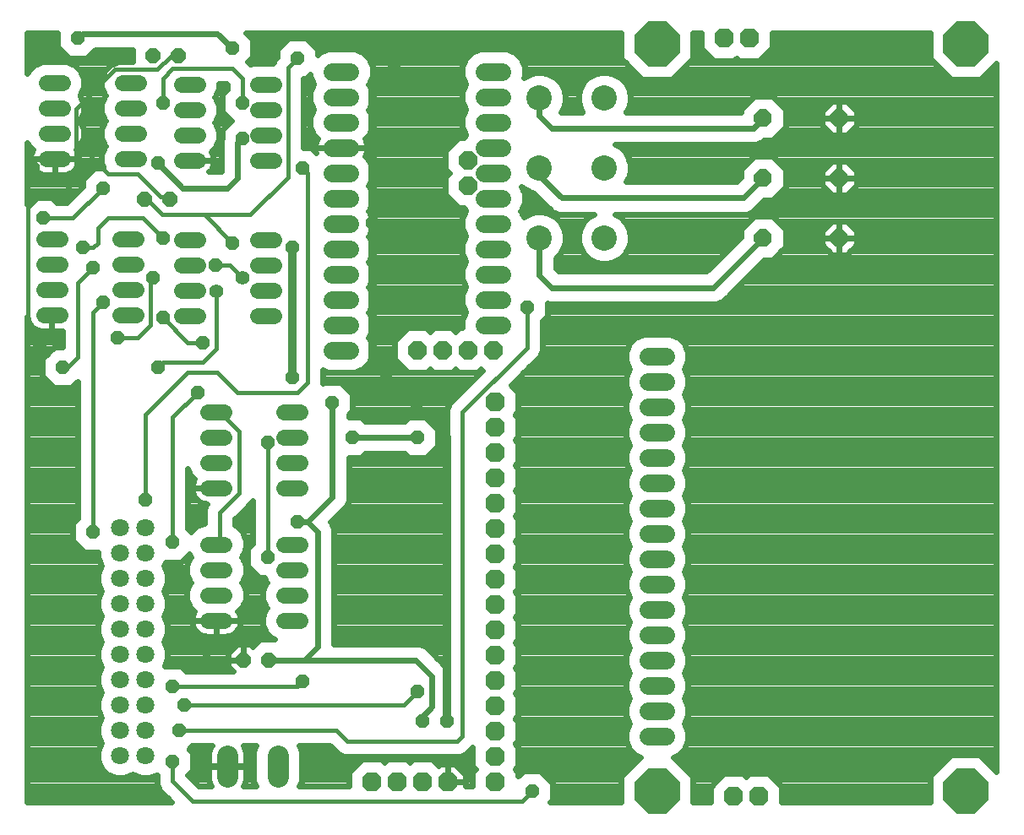
<source format=gbr>
G75*
%MOIN*%
%OFA0B0*%
%FSLAX25Y25*%
%IPPOS*%
%LPD*%
%AMOC8*
5,1,8,0,0,1.08239X$1,22.5*
%
%ADD10OC8,0.07087*%
%ADD11C,0.07087*%
%ADD12OC8,0.05906*%
%ADD13C,0.06350*%
%ADD14C,0.07087*%
%ADD15C,0.07000*%
%ADD16OC8,0.17717*%
%ADD17OC8,0.07600*%
%ADD18C,0.08350*%
%ADD19C,0.10000*%
%ADD20OC8,0.07000*%
%ADD21OC8,0.05600*%
%ADD22C,0.03200*%
%ADD23C,0.01575*%
%ADD24C,0.01600*%
%ADD25C,0.02400*%
%ADD26OC8,0.05512*%
%ADD27C,0.05512*%
D10*
X0187792Y0216571D03*
X0197792Y0216571D03*
X0207792Y0216571D03*
X0217792Y0216571D03*
X0207792Y0281571D03*
X0207792Y0291571D03*
D11*
X0214249Y0296571D02*
X0221335Y0296571D01*
X0221335Y0306571D02*
X0214249Y0306571D01*
X0214249Y0316571D02*
X0221335Y0316571D01*
X0221335Y0326571D02*
X0214249Y0326571D01*
X0214249Y0286571D02*
X0221335Y0286571D01*
X0221335Y0276571D02*
X0214249Y0276571D01*
X0214249Y0266571D02*
X0221335Y0266571D01*
X0221335Y0256571D02*
X0214249Y0256571D01*
X0214249Y0246571D02*
X0221335Y0246571D01*
X0221335Y0236571D02*
X0214249Y0236571D01*
X0214249Y0226571D02*
X0221335Y0226571D01*
X0161335Y0226571D02*
X0154249Y0226571D01*
X0154249Y0216571D02*
X0161335Y0216571D01*
X0161335Y0236571D02*
X0154249Y0236571D01*
X0154249Y0246571D02*
X0161335Y0246571D01*
X0161335Y0256571D02*
X0154249Y0256571D01*
X0154249Y0266571D02*
X0161335Y0266571D01*
X0161335Y0276571D02*
X0154249Y0276571D01*
X0154249Y0286571D02*
X0161335Y0286571D01*
X0161335Y0296571D02*
X0154249Y0296571D01*
X0154249Y0306571D02*
X0161335Y0306571D01*
X0161335Y0316571D02*
X0154249Y0316571D01*
X0154249Y0326571D02*
X0161335Y0326571D01*
D12*
X0093698Y0332752D03*
X0083698Y0332752D03*
X0080351Y0276020D03*
X0090351Y0276020D03*
X0119288Y0094209D03*
X0129288Y0094209D03*
D13*
X0135365Y0109878D02*
X0141715Y0109878D01*
X0141715Y0119878D02*
X0135365Y0119878D01*
X0135365Y0129878D02*
X0141715Y0129878D01*
X0141715Y0139878D02*
X0135365Y0139878D01*
X0135365Y0162240D02*
X0141715Y0162240D01*
X0141715Y0172240D02*
X0135365Y0172240D01*
X0135365Y0182240D02*
X0141715Y0182240D01*
X0141715Y0192240D02*
X0135365Y0192240D01*
X0111715Y0192240D02*
X0105365Y0192240D01*
X0105365Y0182240D02*
X0111715Y0182240D01*
X0111715Y0172240D02*
X0105365Y0172240D01*
X0105365Y0162240D02*
X0111715Y0162240D01*
X0111715Y0139878D02*
X0105365Y0139878D01*
X0105365Y0129878D02*
X0111715Y0129878D01*
X0111715Y0119878D02*
X0105365Y0119878D01*
X0105365Y0109878D02*
X0111715Y0109878D01*
X0101085Y0229957D02*
X0094735Y0229957D01*
X0094735Y0239957D02*
X0101085Y0239957D01*
X0101085Y0249957D02*
X0094735Y0249957D01*
X0094735Y0259957D02*
X0101085Y0259957D01*
X0124735Y0259957D02*
X0131085Y0259957D01*
X0131085Y0249957D02*
X0124735Y0249957D01*
X0124735Y0239957D02*
X0131085Y0239957D01*
X0131085Y0229957D02*
X0124735Y0229957D01*
X0076754Y0230350D02*
X0070405Y0230350D01*
X0070405Y0240350D02*
X0076754Y0240350D01*
X0076754Y0250350D02*
X0070405Y0250350D01*
X0070405Y0260350D02*
X0076754Y0260350D01*
X0046754Y0260350D02*
X0040405Y0260350D01*
X0040405Y0250350D02*
X0046754Y0250350D01*
X0046754Y0240350D02*
X0040405Y0240350D01*
X0040405Y0230350D02*
X0046754Y0230350D01*
X0047935Y0292161D02*
X0041586Y0292161D01*
X0041586Y0302161D02*
X0047935Y0302161D01*
X0047935Y0312161D02*
X0041586Y0312161D01*
X0041586Y0322161D02*
X0047935Y0322161D01*
X0071586Y0322161D02*
X0077935Y0322161D01*
X0077935Y0312161D02*
X0071586Y0312161D01*
X0071586Y0302161D02*
X0077935Y0302161D01*
X0077935Y0292161D02*
X0071586Y0292161D01*
X0094735Y0291374D02*
X0101085Y0291374D01*
X0101085Y0301374D02*
X0094735Y0301374D01*
X0094735Y0311374D02*
X0101085Y0311374D01*
X0101085Y0321374D02*
X0094735Y0321374D01*
X0124735Y0321374D02*
X0131085Y0321374D01*
X0131085Y0311374D02*
X0124735Y0311374D01*
X0124735Y0301374D02*
X0131085Y0301374D01*
X0131085Y0291374D02*
X0124735Y0291374D01*
D14*
X0080587Y0146453D03*
X0070587Y0146453D03*
X0070587Y0136453D03*
X0080587Y0136453D03*
X0080587Y0126453D03*
X0070587Y0126453D03*
X0070587Y0116453D03*
X0070587Y0106453D03*
X0080587Y0106453D03*
X0080587Y0116453D03*
X0080587Y0096453D03*
X0070587Y0096453D03*
X0070587Y0086453D03*
X0070587Y0076453D03*
X0080587Y0076453D03*
X0080587Y0086453D03*
X0080587Y0066453D03*
X0070587Y0066453D03*
X0070587Y0056453D03*
X0080587Y0056453D03*
D15*
X0278938Y0064051D02*
X0285938Y0064051D01*
X0285938Y0074051D02*
X0278938Y0074051D01*
X0278938Y0084051D02*
X0285938Y0084051D01*
X0285938Y0094051D02*
X0278938Y0094051D01*
X0278938Y0104051D02*
X0285938Y0104051D01*
X0285938Y0114051D02*
X0278938Y0114051D01*
X0278938Y0124051D02*
X0285938Y0124051D01*
X0285938Y0134051D02*
X0278938Y0134051D01*
X0278938Y0144051D02*
X0285938Y0144051D01*
X0285938Y0154051D02*
X0278938Y0154051D01*
X0278938Y0164051D02*
X0285938Y0164051D01*
X0285938Y0174051D02*
X0278938Y0174051D01*
X0278938Y0184051D02*
X0285938Y0184051D01*
X0285938Y0194051D02*
X0278938Y0194051D01*
X0278938Y0204051D02*
X0285938Y0204051D01*
X0285938Y0214051D02*
X0278938Y0214051D01*
D16*
X0282438Y0337516D03*
X0404170Y0337516D03*
X0404170Y0042555D03*
X0282438Y0042555D03*
D17*
X0312713Y0040429D03*
X0322713Y0040429D03*
X0218698Y0046138D03*
X0218698Y0056138D03*
X0218698Y0066138D03*
X0218698Y0076138D03*
X0218698Y0086138D03*
X0218698Y0096138D03*
X0218698Y0106138D03*
X0218698Y0116138D03*
X0218698Y0126138D03*
X0218698Y0136138D03*
X0218698Y0146138D03*
X0218698Y0156138D03*
X0218698Y0166138D03*
X0218698Y0176138D03*
X0218698Y0186138D03*
X0218698Y0196138D03*
X0308776Y0339642D03*
X0318776Y0339642D03*
X0199792Y0046138D03*
X0189792Y0046138D03*
X0179792Y0046138D03*
X0169792Y0046138D03*
D18*
X0132731Y0048065D02*
X0132731Y0056415D01*
X0112931Y0056415D02*
X0112931Y0048065D01*
D19*
X0236020Y0260902D03*
X0261611Y0260902D03*
X0261611Y0288461D03*
X0236020Y0288461D03*
X0236020Y0316020D03*
X0261611Y0316020D03*
D20*
X0324367Y0308146D03*
X0324367Y0284524D03*
X0324367Y0260902D03*
X0354367Y0260902D03*
X0354367Y0284524D03*
X0354367Y0308146D03*
D21*
X0231099Y0233343D03*
X0187792Y0182161D03*
X0162201Y0182161D03*
X0154327Y0195941D03*
X0138579Y0205783D03*
X0128737Y0180193D03*
X0101178Y0199878D03*
X0085430Y0209720D03*
X0069682Y0221531D03*
X0063776Y0235311D03*
X0059839Y0249091D03*
X0055902Y0256965D03*
X0040154Y0268776D03*
X0036217Y0288461D03*
X0063776Y0280587D03*
X0085430Y0290429D03*
X0087398Y0314051D03*
X0114957Y0335705D03*
X0118894Y0314051D03*
X0118894Y0300272D03*
X0142516Y0288461D03*
X0170075Y0266807D03*
X0138579Y0256965D03*
X0114957Y0258933D03*
X0108186Y0249957D03*
X0087398Y0260902D03*
X0083461Y0245154D03*
X0087398Y0229406D03*
X0103146Y0219563D03*
X0048028Y0209720D03*
X0040154Y0215626D03*
X0080587Y0157476D03*
X0091335Y0140823D03*
X0059839Y0144760D03*
X0097241Y0103421D03*
X0091335Y0083736D03*
X0095863Y0076453D03*
X0093737Y0066453D03*
X0091335Y0054209D03*
X0142516Y0085705D03*
X0187792Y0081768D03*
X0189760Y0069957D03*
X0199603Y0069957D03*
X0233068Y0042398D03*
X0128737Y0134917D03*
X0140548Y0148697D03*
X0140548Y0331768D03*
X0053934Y0339642D03*
D22*
X0138579Y0256965D02*
X0138579Y0205783D01*
X0170075Y0211689D02*
X0199603Y0182161D01*
X0199603Y0069957D01*
X0170075Y0211689D02*
X0170075Y0266807D01*
X0170075Y0319957D01*
X0189760Y0339642D01*
X0235036Y0339642D01*
D23*
X0136780Y0313209D02*
X0136780Y0284886D01*
X0122012Y0270118D01*
X0090351Y0276020D02*
X0089146Y0277161D01*
X0086572Y0277161D01*
X0077560Y0286173D01*
X0065973Y0286173D01*
X0053099Y0299047D01*
X0053099Y0311921D01*
X0068548Y0327370D01*
X0085284Y0327370D01*
X0090434Y0332520D01*
X0093009Y0332520D01*
X0093698Y0332752D01*
X0081422Y0275874D02*
X0080351Y0276020D01*
X0081422Y0275874D02*
X0087178Y0270118D01*
X0108540Y0192240D02*
X0109745Y0192193D01*
X0117469Y0184469D01*
X0117469Y0160008D01*
X0109745Y0152283D01*
X0109745Y0140697D01*
X0108540Y0139878D01*
D24*
X0091335Y0140823D02*
X0091335Y0190035D01*
X0101178Y0199878D01*
X0097241Y0207752D02*
X0080587Y0191098D01*
X0080587Y0157476D01*
X0059839Y0144760D02*
X0059839Y0231374D01*
X0063776Y0235311D01*
X0053934Y0243185D02*
X0059839Y0249091D01*
X0053934Y0243185D02*
X0053934Y0213657D01*
X0049997Y0209720D01*
X0048028Y0209720D01*
X0040154Y0215626D02*
X0034249Y0221531D01*
X0034249Y0272713D01*
X0038186Y0276650D01*
X0046060Y0276650D01*
X0053099Y0283689D01*
X0053099Y0299047D01*
X0036217Y0288461D02*
X0034249Y0286492D01*
X0034249Y0272713D01*
X0040154Y0268776D02*
X0051965Y0268776D01*
X0063776Y0280587D01*
X0065745Y0268776D02*
X0079524Y0268776D01*
X0087398Y0260902D01*
X0087178Y0270118D02*
X0103772Y0270118D01*
X0122012Y0270118D01*
X0114957Y0258933D02*
X0103772Y0270118D01*
X0108186Y0249957D02*
X0113776Y0249957D01*
X0118757Y0244976D01*
X0108457Y0239827D02*
X0108457Y0217000D01*
X0103146Y0211689D01*
X0087398Y0211689D01*
X0085430Y0209720D01*
X0097241Y0207752D02*
X0109052Y0207752D01*
X0116926Y0199878D01*
X0140548Y0199878D01*
X0144485Y0203815D01*
X0144485Y0286492D01*
X0142516Y0288461D01*
X0136780Y0313209D02*
X0136780Y0328000D01*
X0140548Y0331768D01*
X0118894Y0323894D02*
X0118894Y0314051D01*
X0118894Y0323894D02*
X0114957Y0327831D01*
X0091335Y0327831D01*
X0087398Y0323894D01*
X0087398Y0314051D01*
X0065745Y0268776D02*
X0061808Y0264839D01*
X0061808Y0258933D01*
X0059839Y0256965D01*
X0055902Y0256965D01*
X0082477Y0244169D02*
X0082477Y0226453D01*
X0077556Y0221531D01*
X0069682Y0221531D01*
X0087398Y0229406D02*
X0097241Y0219563D01*
X0103146Y0219563D01*
X0082477Y0244169D02*
X0083461Y0245154D01*
X0128737Y0180193D02*
X0128737Y0134917D01*
X0142516Y0085705D02*
X0140548Y0083736D01*
X0091335Y0083736D01*
X0095863Y0076453D02*
X0182477Y0076453D01*
X0187792Y0081768D01*
X0205509Y0064051D02*
X0203540Y0062083D01*
X0160233Y0062083D01*
X0155863Y0066453D01*
X0093737Y0066453D01*
X0091335Y0054209D02*
X0091335Y0046335D01*
X0099209Y0038461D01*
X0229131Y0038461D01*
X0233068Y0042398D01*
X0205509Y0064051D02*
X0205509Y0192004D01*
X0231099Y0217594D01*
X0231099Y0233343D01*
D25*
X0034043Y0229831D02*
X0034043Y0038255D01*
X0090930Y0038255D01*
X0086249Y0042936D01*
X0085335Y0045141D01*
X0085335Y0048895D01*
X0085292Y0048938D01*
X0082326Y0047709D01*
X0078848Y0047709D01*
X0075635Y0049041D01*
X0075587Y0049088D01*
X0075540Y0049041D01*
X0072326Y0047709D01*
X0068848Y0047709D01*
X0065635Y0049041D01*
X0063175Y0051500D01*
X0061844Y0054714D01*
X0061844Y0058192D01*
X0063175Y0061405D01*
X0063222Y0061453D01*
X0063175Y0061500D01*
X0061844Y0064714D01*
X0061844Y0068192D01*
X0063175Y0071405D01*
X0063222Y0071453D01*
X0063175Y0071500D01*
X0061844Y0074714D01*
X0061844Y0078192D01*
X0063175Y0081405D01*
X0063222Y0081453D01*
X0063175Y0081500D01*
X0061844Y0084714D01*
X0061844Y0088192D01*
X0063175Y0091405D01*
X0063222Y0091453D01*
X0063175Y0091500D01*
X0061844Y0094714D01*
X0061844Y0098192D01*
X0063175Y0101405D01*
X0063222Y0101453D01*
X0063175Y0101500D01*
X0061844Y0104714D01*
X0061844Y0108192D01*
X0063175Y0111405D01*
X0063222Y0111453D01*
X0063175Y0111500D01*
X0061844Y0114714D01*
X0061844Y0118192D01*
X0063175Y0121405D01*
X0063222Y0121453D01*
X0063175Y0121500D01*
X0061844Y0124714D01*
X0061844Y0128192D01*
X0063175Y0131405D01*
X0063222Y0131453D01*
X0063175Y0131500D01*
X0061844Y0134714D01*
X0061844Y0136760D01*
X0056526Y0136760D01*
X0051839Y0141446D01*
X0051839Y0148074D01*
X0053839Y0150074D01*
X0053839Y0204218D01*
X0051342Y0201720D01*
X0044715Y0201720D01*
X0040028Y0206407D01*
X0040028Y0213034D01*
X0044715Y0217720D01*
X0047934Y0217720D01*
X0047934Y0224076D01*
X0047172Y0223976D01*
X0043579Y0223976D01*
X0043579Y0230350D01*
X0043579Y0230350D01*
X0043579Y0223976D01*
X0039987Y0223976D01*
X0039158Y0224085D01*
X0038351Y0224301D01*
X0037579Y0224621D01*
X0036855Y0225039D01*
X0036192Y0225547D01*
X0035601Y0226138D01*
X0035093Y0226801D01*
X0034675Y0227525D01*
X0034355Y0228297D01*
X0034139Y0229104D01*
X0034043Y0229831D01*
X0034043Y0229233D02*
X0034122Y0229233D01*
X0034043Y0226835D02*
X0035073Y0226835D01*
X0034043Y0224436D02*
X0038025Y0224436D01*
X0034043Y0222038D02*
X0047934Y0222038D01*
X0047934Y0219639D02*
X0034043Y0219639D01*
X0034043Y0217240D02*
X0044235Y0217240D01*
X0041836Y0214842D02*
X0034043Y0214842D01*
X0034043Y0212443D02*
X0040028Y0212443D01*
X0040028Y0210045D02*
X0034043Y0210045D01*
X0034043Y0207646D02*
X0040028Y0207646D01*
X0041187Y0205248D02*
X0034043Y0205248D01*
X0034043Y0202849D02*
X0043586Y0202849D01*
X0052471Y0202849D02*
X0053839Y0202849D01*
X0053839Y0200451D02*
X0034043Y0200451D01*
X0034043Y0198052D02*
X0053839Y0198052D01*
X0053839Y0195654D02*
X0034043Y0195654D01*
X0034043Y0193255D02*
X0053839Y0193255D01*
X0053839Y0190857D02*
X0034043Y0190857D01*
X0034043Y0188458D02*
X0053839Y0188458D01*
X0053839Y0186060D02*
X0034043Y0186060D01*
X0034043Y0183661D02*
X0053839Y0183661D01*
X0053839Y0181263D02*
X0034043Y0181263D01*
X0034043Y0178864D02*
X0053839Y0178864D01*
X0053839Y0176466D02*
X0034043Y0176466D01*
X0034043Y0174067D02*
X0053839Y0174067D01*
X0053839Y0171669D02*
X0034043Y0171669D01*
X0034043Y0169270D02*
X0053839Y0169270D01*
X0053839Y0166872D02*
X0034043Y0166872D01*
X0034043Y0164473D02*
X0053839Y0164473D01*
X0053839Y0162075D02*
X0034043Y0162075D01*
X0034043Y0159676D02*
X0053839Y0159676D01*
X0053839Y0157278D02*
X0034043Y0157278D01*
X0034043Y0154879D02*
X0053839Y0154879D01*
X0053839Y0152481D02*
X0034043Y0152481D01*
X0034043Y0150082D02*
X0053839Y0150082D01*
X0051839Y0147684D02*
X0034043Y0147684D01*
X0034043Y0145285D02*
X0051839Y0145285D01*
X0051839Y0142887D02*
X0034043Y0142887D01*
X0034043Y0140488D02*
X0052797Y0140488D01*
X0055196Y0138090D02*
X0034043Y0138090D01*
X0034043Y0135691D02*
X0061844Y0135691D01*
X0062433Y0133293D02*
X0034043Y0133293D01*
X0034043Y0130894D02*
X0062963Y0130894D01*
X0061970Y0128496D02*
X0034043Y0128496D01*
X0034043Y0126097D02*
X0061844Y0126097D01*
X0062264Y0123699D02*
X0034043Y0123699D01*
X0034043Y0121300D02*
X0063131Y0121300D01*
X0062138Y0118902D02*
X0034043Y0118902D01*
X0034043Y0116503D02*
X0061844Y0116503D01*
X0062096Y0114105D02*
X0034043Y0114105D01*
X0034043Y0111706D02*
X0063090Y0111706D01*
X0062306Y0109307D02*
X0034043Y0109307D01*
X0034043Y0106909D02*
X0061844Y0106909D01*
X0061928Y0104510D02*
X0034043Y0104510D01*
X0034043Y0102112D02*
X0062922Y0102112D01*
X0062474Y0099713D02*
X0034043Y0099713D01*
X0034043Y0097315D02*
X0061844Y0097315D01*
X0061844Y0094916D02*
X0034043Y0094916D01*
X0034043Y0092518D02*
X0062753Y0092518D01*
X0062642Y0090119D02*
X0034043Y0090119D01*
X0034043Y0087721D02*
X0061844Y0087721D01*
X0061844Y0085322D02*
X0034043Y0085322D01*
X0034043Y0082924D02*
X0062585Y0082924D01*
X0062811Y0080525D02*
X0034043Y0080525D01*
X0034043Y0078127D02*
X0061844Y0078127D01*
X0061844Y0075728D02*
X0034043Y0075728D01*
X0034043Y0073330D02*
X0062417Y0073330D01*
X0062979Y0070931D02*
X0034043Y0070931D01*
X0034043Y0068533D02*
X0061985Y0068533D01*
X0061844Y0066134D02*
X0034043Y0066134D01*
X0034043Y0063736D02*
X0062249Y0063736D01*
X0063147Y0061337D02*
X0034043Y0061337D01*
X0034043Y0058939D02*
X0062153Y0058939D01*
X0061844Y0056540D02*
X0034043Y0056540D01*
X0034043Y0054142D02*
X0062081Y0054142D01*
X0063074Y0051743D02*
X0034043Y0051743D01*
X0034043Y0049345D02*
X0065330Y0049345D01*
X0085335Y0046946D02*
X0034043Y0046946D01*
X0034043Y0044548D02*
X0085581Y0044548D01*
X0087035Y0042149D02*
X0034043Y0042149D01*
X0034043Y0039751D02*
X0089434Y0039751D01*
X0097335Y0048820D02*
X0097335Y0048895D01*
X0099335Y0050895D01*
X0099335Y0057522D01*
X0097728Y0059130D01*
X0099051Y0060453D01*
X0106747Y0060453D01*
X0106303Y0059684D01*
X0105933Y0058791D01*
X0105683Y0057857D01*
X0105557Y0056898D01*
X0105557Y0052340D01*
X0112831Y0052340D01*
X0112831Y0052140D01*
X0105557Y0052140D01*
X0105557Y0047582D01*
X0105683Y0046623D01*
X0105933Y0045690D01*
X0106303Y0044797D01*
X0106497Y0044461D01*
X0101695Y0044461D01*
X0097335Y0048820D01*
X0097785Y0049345D02*
X0105557Y0049345D01*
X0105557Y0051743D02*
X0099335Y0051743D01*
X0099335Y0054142D02*
X0105557Y0054142D01*
X0105557Y0056540D02*
X0099335Y0056540D01*
X0097919Y0058939D02*
X0105994Y0058939D01*
X0113031Y0052340D02*
X0120306Y0052340D01*
X0120306Y0056898D01*
X0120180Y0057857D01*
X0119930Y0058791D01*
X0119560Y0059684D01*
X0119116Y0060453D01*
X0124257Y0060453D01*
X0123357Y0058280D01*
X0123357Y0046201D01*
X0124077Y0044461D01*
X0119366Y0044461D01*
X0119560Y0044797D01*
X0119930Y0045690D01*
X0120180Y0046623D01*
X0120306Y0047582D01*
X0120306Y0052140D01*
X0113031Y0052140D01*
X0113031Y0052340D01*
X0120306Y0051743D02*
X0123357Y0051743D01*
X0123357Y0049345D02*
X0120306Y0049345D01*
X0120222Y0046946D02*
X0123357Y0046946D01*
X0124041Y0044548D02*
X0119416Y0044548D01*
X0120306Y0054142D02*
X0123357Y0054142D01*
X0123357Y0056540D02*
X0120306Y0056540D01*
X0119868Y0058939D02*
X0123630Y0058939D01*
X0141206Y0060453D02*
X0142106Y0058280D01*
X0142106Y0046201D01*
X0141385Y0044461D01*
X0160792Y0044461D01*
X0160792Y0049866D01*
X0166064Y0055138D01*
X0173520Y0055138D01*
X0174792Y0053866D01*
X0176064Y0055138D01*
X0183520Y0055138D01*
X0184792Y0053866D01*
X0186064Y0055138D01*
X0193520Y0055138D01*
X0196206Y0052451D01*
X0196892Y0053138D01*
X0199792Y0053138D01*
X0199792Y0046138D01*
X0199792Y0046138D01*
X0199792Y0053138D01*
X0202691Y0053138D01*
X0206792Y0049037D01*
X0206792Y0046138D01*
X0199792Y0046138D01*
X0199792Y0046138D01*
X0206792Y0046138D01*
X0206792Y0044461D01*
X0209698Y0044461D01*
X0209698Y0049866D01*
X0210970Y0051138D01*
X0209698Y0052410D01*
X0209698Y0059755D01*
X0208627Y0058684D01*
X0206939Y0056996D01*
X0204733Y0056083D01*
X0159039Y0056083D01*
X0156834Y0056996D01*
X0155146Y0058684D01*
X0155146Y0058684D01*
X0153378Y0060453D01*
X0141206Y0060453D01*
X0141833Y0058939D02*
X0154892Y0058939D01*
X0157935Y0056540D02*
X0142106Y0056540D01*
X0142106Y0054142D02*
X0165068Y0054142D01*
X0162669Y0051743D02*
X0142106Y0051743D01*
X0142106Y0049345D02*
X0160792Y0049345D01*
X0160792Y0046946D02*
X0142106Y0046946D01*
X0141421Y0044548D02*
X0160792Y0044548D01*
X0174516Y0054142D02*
X0175068Y0054142D01*
X0184516Y0054142D02*
X0185068Y0054142D01*
X0194516Y0054142D02*
X0209698Y0054142D01*
X0209698Y0056540D02*
X0205838Y0056540D01*
X0208881Y0058939D02*
X0209698Y0058939D01*
X0210364Y0051743D02*
X0204086Y0051743D01*
X0206485Y0049345D02*
X0209698Y0049345D01*
X0209698Y0046946D02*
X0206792Y0046946D01*
X0206792Y0044548D02*
X0209698Y0044548D01*
X0199792Y0046946D02*
X0199792Y0046946D01*
X0199792Y0049345D02*
X0199792Y0049345D01*
X0199792Y0051743D02*
X0199792Y0051743D01*
X0189760Y0069957D02*
X0189760Y0071925D01*
X0193698Y0075862D01*
X0193698Y0087673D01*
X0187162Y0094209D01*
X0143146Y0094209D01*
X0148422Y0099484D01*
X0148422Y0144760D01*
X0144485Y0148697D01*
X0154327Y0158539D01*
X0154327Y0195941D01*
X0162327Y0195654D02*
X0200673Y0195654D01*
X0200422Y0195403D02*
X0199509Y0193197D01*
X0199509Y0090368D01*
X0199123Y0091299D01*
X0190787Y0099634D01*
X0188435Y0100609D01*
X0154822Y0100609D01*
X0154822Y0146033D01*
X0153848Y0148385D01*
X0153536Y0148697D01*
X0157953Y0153114D01*
X0159753Y0154914D01*
X0160727Y0157266D01*
X0160727Y0174161D01*
X0165515Y0174161D01*
X0167115Y0175761D01*
X0182878Y0175761D01*
X0184478Y0174161D01*
X0191106Y0174161D01*
X0195792Y0178848D01*
X0195792Y0185475D01*
X0191106Y0190161D01*
X0184478Y0190161D01*
X0182878Y0188561D01*
X0167115Y0188561D01*
X0165515Y0190161D01*
X0160727Y0190161D01*
X0160727Y0191027D01*
X0162327Y0192627D01*
X0162327Y0199255D01*
X0157641Y0203941D01*
X0151014Y0203941D01*
X0150485Y0203412D01*
X0150485Y0208666D01*
X0152510Y0207828D01*
X0163074Y0207828D01*
X0166288Y0209159D01*
X0168748Y0211618D01*
X0170079Y0214832D01*
X0170079Y0218310D01*
X0168748Y0221524D01*
X0168700Y0221571D01*
X0168748Y0221618D01*
X0170079Y0224832D01*
X0170079Y0228310D01*
X0168748Y0231524D01*
X0168700Y0231571D01*
X0168748Y0231618D01*
X0170079Y0234832D01*
X0170079Y0238310D01*
X0168748Y0241524D01*
X0168700Y0241571D01*
X0168748Y0241618D01*
X0170079Y0244832D01*
X0170079Y0248310D01*
X0168748Y0251524D01*
X0168700Y0251571D01*
X0168748Y0251618D01*
X0170079Y0254832D01*
X0170079Y0258310D01*
X0168748Y0261524D01*
X0168700Y0261571D01*
X0168748Y0261618D01*
X0170079Y0264832D01*
X0170079Y0268310D01*
X0168748Y0271524D01*
X0168700Y0271571D01*
X0168748Y0271618D01*
X0170079Y0274832D01*
X0170079Y0278310D01*
X0168748Y0281524D01*
X0168700Y0281571D01*
X0168748Y0281618D01*
X0170079Y0284832D01*
X0170079Y0288310D01*
X0168748Y0291524D01*
X0167137Y0293134D01*
X0167396Y0293582D01*
X0167734Y0294399D01*
X0167963Y0295252D01*
X0168079Y0296129D01*
X0168079Y0296571D01*
X0168079Y0297013D01*
X0167963Y0297889D01*
X0167734Y0298743D01*
X0167396Y0299560D01*
X0167137Y0300008D01*
X0168748Y0301618D01*
X0170079Y0304832D01*
X0170079Y0308310D01*
X0168748Y0311524D01*
X0168700Y0311571D01*
X0168748Y0311618D01*
X0170079Y0314832D01*
X0170079Y0318310D01*
X0168748Y0321524D01*
X0168700Y0321571D01*
X0168748Y0321618D01*
X0170079Y0324832D01*
X0170079Y0328310D01*
X0168748Y0331524D01*
X0166288Y0333983D01*
X0163074Y0335314D01*
X0152510Y0335314D01*
X0149296Y0333983D01*
X0148548Y0333235D01*
X0148548Y0335081D01*
X0143862Y0339768D01*
X0137234Y0339768D01*
X0132548Y0335081D01*
X0132548Y0332253D01*
X0131694Y0331399D01*
X0131010Y0329749D01*
X0123069Y0329749D01*
X0121977Y0329296D01*
X0120920Y0330354D01*
X0122957Y0332391D01*
X0122957Y0339018D01*
X0120160Y0341816D01*
X0268379Y0341816D01*
X0268379Y0331693D01*
X0276615Y0323457D01*
X0288261Y0323457D01*
X0296496Y0331693D01*
X0296496Y0341816D01*
X0299776Y0341816D01*
X0299776Y0335914D01*
X0305048Y0330642D01*
X0312504Y0330642D01*
X0313776Y0331914D01*
X0315048Y0330642D01*
X0322504Y0330642D01*
X0327776Y0335914D01*
X0327776Y0341816D01*
X0390112Y0341816D01*
X0390112Y0331693D01*
X0398347Y0323457D01*
X0409993Y0323457D01*
X0416344Y0329808D01*
X0416344Y0050262D01*
X0409993Y0056613D01*
X0398347Y0056613D01*
X0390112Y0048378D01*
X0390112Y0038255D01*
X0331713Y0038255D01*
X0331713Y0044157D01*
X0326441Y0049429D01*
X0318985Y0049429D01*
X0317713Y0048157D01*
X0316441Y0049429D01*
X0308985Y0049429D01*
X0303713Y0044157D01*
X0303713Y0038255D01*
X0296496Y0038255D01*
X0296496Y0048378D01*
X0288980Y0055894D01*
X0290866Y0056676D01*
X0293313Y0059123D01*
X0294638Y0062321D01*
X0294638Y0065782D01*
X0293313Y0068979D01*
X0293241Y0069051D01*
X0293313Y0069123D01*
X0294638Y0072321D01*
X0294638Y0075782D01*
X0293313Y0078979D01*
X0293241Y0079051D01*
X0293313Y0079123D01*
X0294638Y0082321D01*
X0294638Y0085782D01*
X0293313Y0088979D01*
X0293241Y0089051D01*
X0293313Y0089123D01*
X0294638Y0092321D01*
X0294638Y0095782D01*
X0293313Y0098979D01*
X0293241Y0099051D01*
X0293313Y0099123D01*
X0294638Y0102321D01*
X0294638Y0105782D01*
X0293313Y0108979D01*
X0293241Y0109051D01*
X0293313Y0109123D01*
X0294638Y0112321D01*
X0294638Y0115782D01*
X0293313Y0118979D01*
X0293241Y0119051D01*
X0293313Y0119123D01*
X0294638Y0122321D01*
X0294638Y0125782D01*
X0293313Y0128979D01*
X0293241Y0129051D01*
X0293313Y0129123D01*
X0294638Y0132321D01*
X0294638Y0135782D01*
X0293313Y0138979D01*
X0293241Y0139051D01*
X0293313Y0139123D01*
X0294638Y0142321D01*
X0294638Y0145782D01*
X0293313Y0148979D01*
X0293241Y0149051D01*
X0293313Y0149123D01*
X0294638Y0152321D01*
X0294638Y0155782D01*
X0293313Y0158979D01*
X0293241Y0159051D01*
X0293313Y0159123D01*
X0294638Y0162321D01*
X0294638Y0165782D01*
X0293313Y0168979D01*
X0293241Y0169051D01*
X0293313Y0169123D01*
X0294638Y0172321D01*
X0294638Y0175782D01*
X0293313Y0178979D01*
X0293241Y0179051D01*
X0293313Y0179123D01*
X0294638Y0182321D01*
X0294638Y0185782D01*
X0293313Y0188979D01*
X0293241Y0189051D01*
X0293313Y0189123D01*
X0294638Y0192321D01*
X0294638Y0195782D01*
X0293313Y0198979D01*
X0293241Y0199051D01*
X0293313Y0199123D01*
X0294638Y0202321D01*
X0294638Y0205782D01*
X0293313Y0208979D01*
X0293241Y0209051D01*
X0293313Y0209123D01*
X0294638Y0212321D01*
X0294638Y0215782D01*
X0293313Y0218979D01*
X0290866Y0221427D01*
X0287668Y0222751D01*
X0277207Y0222751D01*
X0274009Y0221427D01*
X0271562Y0218979D01*
X0270238Y0215782D01*
X0270238Y0212321D01*
X0271562Y0209123D01*
X0271634Y0209051D01*
X0271562Y0208979D01*
X0270238Y0205782D01*
X0270238Y0202321D01*
X0271562Y0199123D01*
X0271634Y0199051D01*
X0271562Y0198979D01*
X0270238Y0195782D01*
X0270238Y0192321D01*
X0271562Y0189123D01*
X0271634Y0189051D01*
X0271562Y0188979D01*
X0270238Y0185782D01*
X0270238Y0182321D01*
X0271562Y0179123D01*
X0271634Y0179051D01*
X0271562Y0178979D01*
X0270238Y0175782D01*
X0270238Y0172321D01*
X0271562Y0169123D01*
X0271634Y0169051D01*
X0271562Y0168979D01*
X0270238Y0165782D01*
X0270238Y0162321D01*
X0271562Y0159123D01*
X0271634Y0159051D01*
X0271562Y0158979D01*
X0270238Y0155782D01*
X0270238Y0152321D01*
X0271562Y0149123D01*
X0271634Y0149051D01*
X0271562Y0148979D01*
X0270238Y0145782D01*
X0270238Y0142321D01*
X0271562Y0139123D01*
X0271634Y0139051D01*
X0271562Y0138979D01*
X0270238Y0135782D01*
X0270238Y0132321D01*
X0271562Y0129123D01*
X0271634Y0129051D01*
X0271562Y0128979D01*
X0270238Y0125782D01*
X0270238Y0122321D01*
X0271562Y0119123D01*
X0271634Y0119051D01*
X0271562Y0118979D01*
X0270238Y0115782D01*
X0270238Y0112321D01*
X0271562Y0109123D01*
X0271634Y0109051D01*
X0271562Y0108979D01*
X0270238Y0105782D01*
X0270238Y0102321D01*
X0271562Y0099123D01*
X0271634Y0099051D01*
X0271562Y0098979D01*
X0270238Y0095782D01*
X0270238Y0092321D01*
X0271562Y0089123D01*
X0271634Y0089051D01*
X0271562Y0088979D01*
X0270238Y0085782D01*
X0270238Y0082321D01*
X0271562Y0079123D01*
X0271634Y0079051D01*
X0271562Y0078979D01*
X0270238Y0075782D01*
X0270238Y0072321D01*
X0271562Y0069123D01*
X0271634Y0069051D01*
X0271562Y0068979D01*
X0270238Y0065782D01*
X0270238Y0062321D01*
X0271562Y0059123D01*
X0274009Y0056676D01*
X0275896Y0055894D01*
X0268379Y0048378D01*
X0268379Y0038255D01*
X0240239Y0038255D01*
X0241068Y0039084D01*
X0241068Y0045711D01*
X0236381Y0050398D01*
X0229754Y0050398D01*
X0227697Y0048341D01*
X0227697Y0049866D01*
X0226425Y0051138D01*
X0227697Y0052410D01*
X0227697Y0059866D01*
X0226425Y0061138D01*
X0227697Y0062410D01*
X0227697Y0069866D01*
X0226425Y0071138D01*
X0227697Y0072410D01*
X0227697Y0079866D01*
X0226425Y0081138D01*
X0227697Y0082410D01*
X0227697Y0089866D01*
X0226425Y0091138D01*
X0227697Y0092410D01*
X0227697Y0099866D01*
X0226425Y0101138D01*
X0227697Y0102410D01*
X0227697Y0109866D01*
X0226425Y0111138D01*
X0227697Y0112410D01*
X0227697Y0119866D01*
X0226425Y0121138D01*
X0227697Y0122410D01*
X0227697Y0129866D01*
X0226425Y0131138D01*
X0227697Y0132410D01*
X0227697Y0139866D01*
X0226425Y0141138D01*
X0227697Y0142410D01*
X0227697Y0149866D01*
X0226425Y0151138D01*
X0227697Y0152410D01*
X0227697Y0159866D01*
X0226425Y0161138D01*
X0227697Y0162410D01*
X0227697Y0169866D01*
X0226425Y0171138D01*
X0227697Y0172410D01*
X0227697Y0179866D01*
X0226425Y0181138D01*
X0227697Y0182410D01*
X0227697Y0189866D01*
X0226425Y0191138D01*
X0227697Y0192410D01*
X0227697Y0199866D01*
X0224777Y0202787D01*
X0236186Y0214196D01*
X0237099Y0216401D01*
X0237099Y0228029D01*
X0239099Y0230029D01*
X0239099Y0235052D01*
X0239669Y0234817D01*
X0305955Y0234817D01*
X0308307Y0235791D01*
X0310107Y0237591D01*
X0324718Y0252202D01*
X0327970Y0252202D01*
X0333067Y0257298D01*
X0333067Y0264505D01*
X0327970Y0269602D01*
X0320763Y0269602D01*
X0315667Y0264505D01*
X0315667Y0261253D01*
X0302031Y0247617D01*
X0243593Y0247617D01*
X0242420Y0248789D01*
X0242420Y0252877D01*
X0244182Y0254639D01*
X0245525Y0256965D01*
X0246220Y0259559D01*
X0246220Y0262244D01*
X0245525Y0264839D01*
X0244182Y0267165D01*
X0242283Y0269064D01*
X0239957Y0270406D01*
X0237363Y0271102D01*
X0234677Y0271102D01*
X0232083Y0270406D01*
X0229765Y0269068D01*
X0228748Y0271524D01*
X0228700Y0271571D01*
X0228748Y0271618D01*
X0230079Y0274832D01*
X0230079Y0278310D01*
X0228900Y0281156D01*
X0229757Y0280299D01*
X0232083Y0278956D01*
X0234048Y0278429D01*
X0241253Y0271224D01*
X0243606Y0270250D01*
X0257402Y0270250D01*
X0255348Y0269064D01*
X0253449Y0267165D01*
X0252106Y0264839D01*
X0251411Y0262244D01*
X0251411Y0259559D01*
X0252106Y0256965D01*
X0253449Y0254639D01*
X0255348Y0252740D01*
X0257674Y0251397D01*
X0260268Y0250702D01*
X0262954Y0250702D01*
X0265548Y0251397D01*
X0267874Y0252740D01*
X0269773Y0254639D01*
X0271116Y0256965D01*
X0271811Y0259559D01*
X0271811Y0262244D01*
X0271116Y0264839D01*
X0269773Y0267165D01*
X0267874Y0269064D01*
X0265820Y0270250D01*
X0317766Y0270250D01*
X0320118Y0271224D01*
X0321918Y0273024D01*
X0324718Y0275824D01*
X0327970Y0275824D01*
X0333067Y0280920D01*
X0333067Y0288127D01*
X0327970Y0293224D01*
X0320763Y0293224D01*
X0315667Y0288127D01*
X0315667Y0284875D01*
X0313842Y0283050D01*
X0270265Y0283050D01*
X0271116Y0284524D01*
X0271811Y0287118D01*
X0271811Y0289803D01*
X0271116Y0292398D01*
X0269773Y0294724D01*
X0267874Y0296623D01*
X0265820Y0297809D01*
X0321703Y0297809D01*
X0324055Y0298783D01*
X0324718Y0299446D01*
X0327970Y0299446D01*
X0333067Y0304542D01*
X0333067Y0311749D01*
X0327970Y0316846D01*
X0320763Y0316846D01*
X0315667Y0311749D01*
X0315667Y0310609D01*
X0270265Y0310609D01*
X0271116Y0312083D01*
X0271811Y0314677D01*
X0271811Y0317363D01*
X0271116Y0319957D01*
X0269773Y0322283D01*
X0267874Y0324182D01*
X0265548Y0325525D01*
X0262954Y0326220D01*
X0260268Y0326220D01*
X0257674Y0325525D01*
X0255348Y0324182D01*
X0253449Y0322283D01*
X0252106Y0319957D01*
X0251411Y0317363D01*
X0251411Y0314677D01*
X0252106Y0312083D01*
X0252957Y0310609D01*
X0244674Y0310609D01*
X0245525Y0312083D01*
X0246220Y0314677D01*
X0246220Y0317363D01*
X0245525Y0319957D01*
X0244182Y0322283D01*
X0242283Y0324182D01*
X0239957Y0325525D01*
X0237363Y0326220D01*
X0234677Y0326220D01*
X0232083Y0325525D01*
X0229826Y0324221D01*
X0230079Y0324832D01*
X0230079Y0328310D01*
X0228748Y0331524D01*
X0226288Y0333983D01*
X0223074Y0335314D01*
X0212510Y0335314D01*
X0209296Y0333983D01*
X0206836Y0331524D01*
X0205505Y0328310D01*
X0205505Y0324832D01*
X0206836Y0321618D01*
X0206884Y0321571D01*
X0206836Y0321524D01*
X0205505Y0318310D01*
X0205505Y0314832D01*
X0206836Y0311618D01*
X0206884Y0311571D01*
X0206836Y0311524D01*
X0205505Y0308310D01*
X0205505Y0304832D01*
X0206836Y0301618D01*
X0206884Y0301571D01*
X0206836Y0301524D01*
X0206336Y0300314D01*
X0204170Y0300314D01*
X0199049Y0295192D01*
X0199049Y0287949D01*
X0200427Y0286571D01*
X0199049Y0285192D01*
X0199049Y0277949D01*
X0204170Y0272828D01*
X0206336Y0272828D01*
X0206836Y0271618D01*
X0206884Y0271571D01*
X0206836Y0271524D01*
X0205505Y0268310D01*
X0205505Y0264832D01*
X0206836Y0261618D01*
X0206884Y0261571D01*
X0206836Y0261524D01*
X0205505Y0258310D01*
X0205505Y0254832D01*
X0206836Y0251618D01*
X0206884Y0251571D01*
X0206836Y0251524D01*
X0205505Y0248310D01*
X0205505Y0244832D01*
X0206836Y0241618D01*
X0206884Y0241571D01*
X0206836Y0241524D01*
X0205505Y0238310D01*
X0205505Y0234832D01*
X0206836Y0231618D01*
X0206884Y0231571D01*
X0206836Y0231524D01*
X0205505Y0228310D01*
X0205505Y0225314D01*
X0204170Y0225314D01*
X0202792Y0223936D01*
X0201414Y0225314D01*
X0194170Y0225314D01*
X0192792Y0223936D01*
X0191414Y0225314D01*
X0184170Y0225314D01*
X0179049Y0220192D01*
X0179049Y0212949D01*
X0184170Y0207828D01*
X0191414Y0207828D01*
X0192792Y0209206D01*
X0194170Y0207828D01*
X0201414Y0207828D01*
X0202792Y0209206D01*
X0204170Y0207828D01*
X0211414Y0207828D01*
X0212792Y0209206D01*
X0213509Y0208489D01*
X0202110Y0197090D01*
X0200422Y0195403D01*
X0199533Y0193255D02*
X0162327Y0193255D01*
X0160727Y0190857D02*
X0199509Y0190857D01*
X0199509Y0188458D02*
X0192809Y0188458D01*
X0195207Y0186060D02*
X0199509Y0186060D01*
X0199509Y0183661D02*
X0195792Y0183661D01*
X0195792Y0181263D02*
X0199509Y0181263D01*
X0199509Y0178864D02*
X0195792Y0178864D01*
X0193410Y0176466D02*
X0199509Y0176466D01*
X0199509Y0174067D02*
X0160727Y0174067D01*
X0160727Y0171669D02*
X0199509Y0171669D01*
X0199509Y0169270D02*
X0160727Y0169270D01*
X0160727Y0166872D02*
X0199509Y0166872D01*
X0199509Y0164473D02*
X0160727Y0164473D01*
X0160727Y0162075D02*
X0199509Y0162075D01*
X0199509Y0159676D02*
X0160727Y0159676D01*
X0160727Y0157278D02*
X0199509Y0157278D01*
X0199509Y0154879D02*
X0159718Y0154879D01*
X0157320Y0152481D02*
X0199509Y0152481D01*
X0199509Y0150082D02*
X0154921Y0150082D01*
X0154138Y0147684D02*
X0199509Y0147684D01*
X0199509Y0145285D02*
X0154822Y0145285D01*
X0154822Y0142887D02*
X0199509Y0142887D01*
X0199509Y0140488D02*
X0154822Y0140488D01*
X0154822Y0138090D02*
X0199509Y0138090D01*
X0199509Y0135691D02*
X0154822Y0135691D01*
X0154822Y0133293D02*
X0199509Y0133293D01*
X0199509Y0130894D02*
X0154822Y0130894D01*
X0154822Y0128496D02*
X0199509Y0128496D01*
X0199509Y0126097D02*
X0154822Y0126097D01*
X0154822Y0123699D02*
X0199509Y0123699D01*
X0199509Y0121300D02*
X0154822Y0121300D01*
X0154822Y0118902D02*
X0199509Y0118902D01*
X0199509Y0116503D02*
X0154822Y0116503D01*
X0154822Y0114105D02*
X0199509Y0114105D01*
X0199509Y0111706D02*
X0154822Y0111706D01*
X0154822Y0109307D02*
X0199509Y0109307D01*
X0199509Y0106909D02*
X0154822Y0106909D01*
X0154822Y0104510D02*
X0199509Y0104510D01*
X0199509Y0102112D02*
X0154822Y0102112D01*
X0143146Y0094209D02*
X0129288Y0094209D01*
X0123263Y0099713D02*
X0122485Y0099713D01*
X0122874Y0099324D02*
X0121837Y0100361D01*
X0119288Y0100361D01*
X0116739Y0100361D01*
X0113135Y0096757D01*
X0113135Y0094209D01*
X0119288Y0094209D01*
X0119288Y0100361D01*
X0119288Y0094209D01*
X0119288Y0094209D01*
X0119288Y0094209D01*
X0106453Y0094209D01*
X0097241Y0103421D01*
X0100562Y0105666D02*
X0100053Y0106329D01*
X0099636Y0107052D01*
X0099316Y0107824D01*
X0099099Y0108632D01*
X0098990Y0109460D01*
X0098990Y0109878D01*
X0108540Y0109878D01*
X0108540Y0109878D01*
X0118090Y0109878D01*
X0118090Y0110296D01*
X0117981Y0111124D01*
X0117764Y0111931D01*
X0117444Y0112704D01*
X0117056Y0113376D01*
X0118815Y0115134D01*
X0120090Y0118212D01*
X0120090Y0121544D01*
X0118815Y0124622D01*
X0118559Y0124878D01*
X0118815Y0125134D01*
X0120090Y0128212D01*
X0120090Y0131544D01*
X0118815Y0134622D01*
X0118559Y0134878D01*
X0118815Y0135134D01*
X0120090Y0138212D01*
X0120090Y0141544D01*
X0118815Y0144622D01*
X0116459Y0146978D01*
X0115732Y0147279D01*
X0115732Y0149803D01*
X0120861Y0154932D01*
X0122545Y0156616D01*
X0122737Y0157079D01*
X0122737Y0140231D01*
X0120737Y0138231D01*
X0120737Y0131604D01*
X0125423Y0126917D01*
X0127527Y0126917D01*
X0128265Y0125134D01*
X0128521Y0124878D01*
X0128265Y0124622D01*
X0126990Y0121544D01*
X0126990Y0118212D01*
X0128265Y0115134D01*
X0128521Y0114878D01*
X0128265Y0114622D01*
X0126990Y0111544D01*
X0126990Y0108212D01*
X0128265Y0105134D01*
X0130621Y0102778D01*
X0131627Y0102361D01*
X0125911Y0102361D01*
X0122874Y0099324D01*
X0119288Y0099713D02*
X0119288Y0099713D01*
X0119288Y0097315D02*
X0119288Y0097315D01*
X0119288Y0094916D02*
X0119288Y0094916D01*
X0119288Y0094209D02*
X0113135Y0094209D01*
X0113135Y0091660D01*
X0115059Y0089736D01*
X0096649Y0089736D01*
X0094649Y0091736D01*
X0088097Y0091736D01*
X0089331Y0094714D01*
X0089331Y0098192D01*
X0087999Y0101405D01*
X0087952Y0101453D01*
X0087999Y0101500D01*
X0089331Y0104714D01*
X0089331Y0108192D01*
X0087999Y0111405D01*
X0087952Y0111453D01*
X0087999Y0111500D01*
X0089331Y0114714D01*
X0089331Y0118192D01*
X0087999Y0121405D01*
X0087952Y0121453D01*
X0087999Y0121500D01*
X0089331Y0124714D01*
X0089331Y0128192D01*
X0087999Y0131405D01*
X0087952Y0131453D01*
X0087999Y0131500D01*
X0088547Y0132823D01*
X0094649Y0132823D01*
X0097883Y0136057D01*
X0098265Y0135134D01*
X0098521Y0134878D01*
X0098265Y0134622D01*
X0096990Y0131544D01*
X0096990Y0128212D01*
X0098265Y0125134D01*
X0098521Y0124878D01*
X0098265Y0124622D01*
X0096990Y0121544D01*
X0096990Y0118212D01*
X0098265Y0115134D01*
X0100024Y0113376D01*
X0099636Y0112704D01*
X0099316Y0111931D01*
X0099099Y0111124D01*
X0098990Y0110296D01*
X0098990Y0109878D01*
X0108540Y0109878D01*
X0108540Y0109878D01*
X0118090Y0109878D01*
X0118090Y0109460D01*
X0117981Y0108632D01*
X0117764Y0107824D01*
X0117444Y0107052D01*
X0117027Y0106329D01*
X0116518Y0105666D01*
X0115927Y0105075D01*
X0115264Y0104566D01*
X0114540Y0104148D01*
X0113768Y0103829D01*
X0112961Y0103612D01*
X0112133Y0103503D01*
X0108540Y0103503D01*
X0108540Y0109878D01*
X0108540Y0109878D01*
X0108540Y0103503D01*
X0104947Y0103503D01*
X0104119Y0103612D01*
X0103312Y0103829D01*
X0102540Y0104148D01*
X0101816Y0104566D01*
X0101153Y0105075D01*
X0100562Y0105666D01*
X0099718Y0106909D02*
X0089331Y0106909D01*
X0089246Y0104510D02*
X0101912Y0104510D01*
X0099011Y0109307D02*
X0088868Y0109307D01*
X0088085Y0111706D02*
X0099255Y0111706D01*
X0099295Y0114105D02*
X0089078Y0114105D01*
X0089331Y0116503D02*
X0097698Y0116503D01*
X0096990Y0118902D02*
X0089037Y0118902D01*
X0088043Y0121300D02*
X0096990Y0121300D01*
X0097883Y0123699D02*
X0088910Y0123699D01*
X0089331Y0126097D02*
X0097866Y0126097D01*
X0096990Y0128496D02*
X0089205Y0128496D01*
X0088211Y0130894D02*
X0096990Y0130894D01*
X0097715Y0133293D02*
X0095119Y0133293D01*
X0097517Y0135691D02*
X0098035Y0135691D01*
X0098558Y0144914D02*
X0097335Y0146137D01*
X0097335Y0169742D01*
X0098265Y0167496D01*
X0100024Y0165738D01*
X0099636Y0165066D01*
X0099316Y0164294D01*
X0099099Y0163486D01*
X0098990Y0162658D01*
X0098990Y0162240D01*
X0098990Y0161822D01*
X0099099Y0160994D01*
X0099316Y0160187D01*
X0099636Y0159415D01*
X0100053Y0158691D01*
X0100562Y0158028D01*
X0101153Y0157437D01*
X0101816Y0156928D01*
X0102540Y0156511D01*
X0103312Y0156191D01*
X0104119Y0155974D01*
X0104869Y0155876D01*
X0104669Y0155675D01*
X0103757Y0153474D01*
X0103757Y0148253D01*
X0103699Y0148253D01*
X0100621Y0146978D01*
X0098558Y0144914D01*
X0098187Y0145285D02*
X0098929Y0145285D01*
X0097335Y0147684D02*
X0102325Y0147684D01*
X0103757Y0150082D02*
X0097335Y0150082D01*
X0097335Y0152481D02*
X0103757Y0152481D01*
X0104339Y0154879D02*
X0097335Y0154879D01*
X0097335Y0157278D02*
X0101361Y0157278D01*
X0099527Y0159676D02*
X0097335Y0159676D01*
X0097335Y0162075D02*
X0098990Y0162075D01*
X0098990Y0162240D02*
X0108540Y0162240D01*
X0108540Y0162240D01*
X0098990Y0162240D01*
X0099390Y0164473D02*
X0097335Y0164473D01*
X0097335Y0166872D02*
X0098890Y0166872D01*
X0097531Y0169270D02*
X0097335Y0169270D01*
X0116011Y0150082D02*
X0122737Y0150082D01*
X0122737Y0147684D02*
X0115732Y0147684D01*
X0118151Y0145285D02*
X0122737Y0145285D01*
X0122737Y0142887D02*
X0119533Y0142887D01*
X0120090Y0140488D02*
X0122737Y0140488D01*
X0120737Y0138090D02*
X0120039Y0138090D01*
X0120737Y0135691D02*
X0119045Y0135691D01*
X0119365Y0133293D02*
X0120737Y0133293D01*
X0120090Y0130894D02*
X0121446Y0130894D01*
X0120090Y0128496D02*
X0123845Y0128496D01*
X0127866Y0126097D02*
X0119214Y0126097D01*
X0119197Y0123699D02*
X0127883Y0123699D01*
X0126990Y0121300D02*
X0120090Y0121300D01*
X0120090Y0118902D02*
X0126990Y0118902D01*
X0127698Y0116503D02*
X0119382Y0116503D01*
X0117785Y0114105D02*
X0128051Y0114105D01*
X0127058Y0111706D02*
X0117825Y0111706D01*
X0118070Y0109307D02*
X0126990Y0109307D01*
X0127530Y0106909D02*
X0117362Y0106909D01*
X0115168Y0104510D02*
X0128889Y0104510D01*
X0125662Y0102112D02*
X0088253Y0102112D01*
X0088700Y0099713D02*
X0116092Y0099713D01*
X0113693Y0097315D02*
X0089331Y0097315D01*
X0089331Y0094916D02*
X0113135Y0094916D01*
X0113135Y0092518D02*
X0088421Y0092518D01*
X0096266Y0090119D02*
X0114676Y0090119D01*
X0108540Y0104510D02*
X0108540Y0104510D01*
X0108540Y0106909D02*
X0108540Y0106909D01*
X0108540Y0109307D02*
X0108540Y0109307D01*
X0140548Y0148697D02*
X0144485Y0148697D01*
X0122737Y0152481D02*
X0118409Y0152481D01*
X0120808Y0154879D02*
X0122737Y0154879D01*
X0162201Y0182161D02*
X0187792Y0182161D01*
X0203072Y0198052D02*
X0162327Y0198052D01*
X0161131Y0200451D02*
X0205470Y0200451D01*
X0207869Y0202849D02*
X0158733Y0202849D01*
X0150485Y0205248D02*
X0210267Y0205248D01*
X0212666Y0207646D02*
X0150485Y0207646D01*
X0167174Y0210045D02*
X0181953Y0210045D01*
X0179554Y0212443D02*
X0169089Y0212443D01*
X0170079Y0214842D02*
X0179049Y0214842D01*
X0179049Y0217240D02*
X0170079Y0217240D01*
X0169528Y0219639D02*
X0179049Y0219639D01*
X0180894Y0222038D02*
X0168921Y0222038D01*
X0169915Y0224436D02*
X0183292Y0224436D01*
X0192292Y0224436D02*
X0193292Y0224436D01*
X0202292Y0224436D02*
X0203292Y0224436D01*
X0205505Y0226835D02*
X0170079Y0226835D01*
X0169696Y0229233D02*
X0205888Y0229233D01*
X0206831Y0231632D02*
X0168753Y0231632D01*
X0169747Y0234030D02*
X0205837Y0234030D01*
X0205505Y0236429D02*
X0170079Y0236429D01*
X0169864Y0238827D02*
X0205720Y0238827D01*
X0206713Y0241226D02*
X0168871Y0241226D01*
X0169578Y0243624D02*
X0206006Y0243624D01*
X0205505Y0246023D02*
X0170079Y0246023D01*
X0170033Y0248421D02*
X0205551Y0248421D01*
X0206545Y0250820D02*
X0169039Y0250820D01*
X0169410Y0253218D02*
X0206174Y0253218D01*
X0205505Y0255617D02*
X0170079Y0255617D01*
X0170079Y0258015D02*
X0205505Y0258015D01*
X0206377Y0260414D02*
X0169207Y0260414D01*
X0169242Y0262812D02*
X0206342Y0262812D01*
X0205505Y0265211D02*
X0170079Y0265211D01*
X0170079Y0267609D02*
X0205505Y0267609D01*
X0206209Y0270008D02*
X0169375Y0270008D01*
X0169074Y0272406D02*
X0206510Y0272406D01*
X0202193Y0274805D02*
X0170067Y0274805D01*
X0170079Y0277203D02*
X0199795Y0277203D01*
X0199049Y0279602D02*
X0169544Y0279602D01*
X0168906Y0282000D02*
X0199049Y0282000D01*
X0199049Y0284399D02*
X0169899Y0284399D01*
X0170079Y0286797D02*
X0200201Y0286797D01*
X0199049Y0289196D02*
X0169712Y0289196D01*
X0168677Y0291594D02*
X0199049Y0291594D01*
X0199049Y0293993D02*
X0167566Y0293993D01*
X0168079Y0296391D02*
X0200248Y0296391D01*
X0202646Y0298790D02*
X0167715Y0298790D01*
X0168079Y0296571D02*
X0157792Y0296571D01*
X0157792Y0296571D01*
X0157792Y0296571D01*
X0147505Y0296571D01*
X0147505Y0297013D01*
X0147621Y0297889D01*
X0147850Y0298743D01*
X0148188Y0299560D01*
X0148447Y0300008D01*
X0146836Y0301618D01*
X0145505Y0304832D01*
X0145505Y0308310D01*
X0146836Y0311524D01*
X0146884Y0311571D01*
X0146836Y0311618D01*
X0145505Y0314832D01*
X0145505Y0318310D01*
X0146836Y0321524D01*
X0146884Y0321571D01*
X0146836Y0321618D01*
X0145505Y0324832D01*
X0145505Y0325412D01*
X0143862Y0323768D01*
X0142780Y0323768D01*
X0142780Y0312015D01*
X0142768Y0311985D01*
X0142768Y0296461D01*
X0145830Y0296461D01*
X0147834Y0294457D01*
X0147621Y0295252D01*
X0147505Y0296129D01*
X0147505Y0296571D01*
X0157792Y0296571D01*
X0168079Y0296571D01*
X0168318Y0301188D02*
X0206698Y0301188D01*
X0206021Y0303587D02*
X0169563Y0303587D01*
X0170079Y0305985D02*
X0205505Y0305985D01*
X0205536Y0308384D02*
X0170048Y0308384D01*
X0169054Y0310782D02*
X0206529Y0310782D01*
X0206189Y0313181D02*
X0169395Y0313181D01*
X0170079Y0315579D02*
X0205505Y0315579D01*
X0205505Y0317978D02*
X0170079Y0317978D01*
X0169223Y0320376D02*
X0206361Y0320376D01*
X0206357Y0322775D02*
X0169227Y0322775D01*
X0170079Y0325173D02*
X0205505Y0325173D01*
X0205505Y0327572D02*
X0170079Y0327572D01*
X0169391Y0329971D02*
X0206193Y0329971D01*
X0207682Y0332369D02*
X0167902Y0332369D01*
X0164394Y0334768D02*
X0211190Y0334768D01*
X0224394Y0334768D02*
X0268379Y0334768D01*
X0268379Y0337166D02*
X0146463Y0337166D01*
X0148548Y0334768D02*
X0151190Y0334768D01*
X0144065Y0339565D02*
X0268379Y0339565D01*
X0268379Y0332369D02*
X0227902Y0332369D01*
X0229391Y0329971D02*
X0270101Y0329971D01*
X0272500Y0327572D02*
X0230079Y0327572D01*
X0230079Y0325173D02*
X0231475Y0325173D01*
X0240565Y0325173D02*
X0257066Y0325173D01*
X0253941Y0322775D02*
X0243690Y0322775D01*
X0245283Y0320376D02*
X0252348Y0320376D01*
X0251576Y0317978D02*
X0246055Y0317978D01*
X0246220Y0315579D02*
X0251411Y0315579D01*
X0251812Y0313181D02*
X0245820Y0313181D01*
X0244775Y0310782D02*
X0252857Y0310782D01*
X0240942Y0304209D02*
X0236020Y0309130D01*
X0236020Y0316020D01*
X0240942Y0304209D02*
X0320430Y0304209D01*
X0324367Y0308146D01*
X0331635Y0313181D02*
X0349927Y0313181D01*
X0351592Y0314846D02*
X0347667Y0310921D01*
X0347667Y0308146D01*
X0354367Y0308146D01*
X0354367Y0308146D01*
X0354367Y0314846D01*
X0357142Y0314846D01*
X0361067Y0310921D01*
X0361067Y0308146D01*
X0354367Y0308146D01*
X0354367Y0308146D01*
X0354367Y0314846D01*
X0351592Y0314846D01*
X0354367Y0313181D02*
X0354367Y0313181D01*
X0354367Y0310782D02*
X0354367Y0310782D01*
X0354367Y0308384D02*
X0354367Y0308384D01*
X0354367Y0308146D02*
X0354367Y0308146D01*
X0361067Y0308146D01*
X0361067Y0305370D01*
X0357142Y0301446D01*
X0354367Y0301446D01*
X0354367Y0308146D01*
X0354367Y0308146D01*
X0347667Y0308146D01*
X0347667Y0305370D01*
X0351592Y0301446D01*
X0354367Y0301446D01*
X0354367Y0308146D01*
X0354367Y0305985D02*
X0354367Y0305985D01*
X0354367Y0303587D02*
X0354367Y0303587D01*
X0359283Y0303587D02*
X0416344Y0303587D01*
X0416344Y0305985D02*
X0361067Y0305985D01*
X0361067Y0308384D02*
X0416344Y0308384D01*
X0416344Y0310782D02*
X0361067Y0310782D01*
X0358807Y0313181D02*
X0416344Y0313181D01*
X0416344Y0315579D02*
X0329237Y0315579D01*
X0333067Y0310782D02*
X0347667Y0310782D01*
X0347667Y0308384D02*
X0333067Y0308384D01*
X0333067Y0305985D02*
X0347667Y0305985D01*
X0349450Y0303587D02*
X0332112Y0303587D01*
X0329713Y0301188D02*
X0416344Y0301188D01*
X0416344Y0298790D02*
X0324062Y0298790D01*
X0319134Y0291594D02*
X0271331Y0291594D01*
X0271811Y0289196D02*
X0316735Y0289196D01*
X0315667Y0286797D02*
X0271725Y0286797D01*
X0271044Y0284399D02*
X0315191Y0284399D01*
X0316493Y0276650D02*
X0244879Y0276650D01*
X0236020Y0285508D01*
X0236020Y0288461D01*
X0230964Y0279602D02*
X0229544Y0279602D01*
X0230079Y0277203D02*
X0235274Y0277203D01*
X0237672Y0274805D02*
X0230067Y0274805D01*
X0229074Y0272406D02*
X0240071Y0272406D01*
X0240648Y0270008D02*
X0256983Y0270008D01*
X0253894Y0267609D02*
X0243738Y0267609D01*
X0245310Y0265211D02*
X0252321Y0265211D01*
X0251563Y0262812D02*
X0246068Y0262812D01*
X0246220Y0260414D02*
X0251411Y0260414D01*
X0251824Y0258015D02*
X0245807Y0258015D01*
X0244747Y0255617D02*
X0252884Y0255617D01*
X0254869Y0253218D02*
X0242762Y0253218D01*
X0242420Y0250820D02*
X0259827Y0250820D01*
X0263394Y0250820D02*
X0305234Y0250820D01*
X0307632Y0253218D02*
X0268352Y0253218D01*
X0270338Y0255617D02*
X0310031Y0255617D01*
X0312429Y0258015D02*
X0271397Y0258015D01*
X0271811Y0260414D02*
X0314828Y0260414D01*
X0315667Y0262812D02*
X0271659Y0262812D01*
X0270901Y0265211D02*
X0316372Y0265211D01*
X0318771Y0267609D02*
X0269328Y0267609D01*
X0266239Y0270008D02*
X0416344Y0270008D01*
X0416344Y0272406D02*
X0321300Y0272406D01*
X0323699Y0274805D02*
X0416344Y0274805D01*
X0416344Y0277203D02*
X0329350Y0277203D01*
X0331749Y0279602D02*
X0349813Y0279602D01*
X0351592Y0277824D02*
X0347667Y0281748D01*
X0347667Y0284524D01*
X0354367Y0284524D01*
X0354367Y0284524D01*
X0354367Y0291224D01*
X0357142Y0291224D01*
X0361067Y0287299D01*
X0361067Y0284524D01*
X0354367Y0284524D01*
X0354367Y0284524D01*
X0354367Y0291224D01*
X0351592Y0291224D01*
X0347667Y0287299D01*
X0347667Y0284524D01*
X0354367Y0284524D01*
X0361067Y0284524D01*
X0361067Y0281748D01*
X0357142Y0277824D01*
X0354367Y0277824D01*
X0354367Y0284523D01*
X0354367Y0284523D01*
X0354367Y0277824D01*
X0351592Y0277824D01*
X0354367Y0279602D02*
X0354367Y0279602D01*
X0354367Y0282000D02*
X0354367Y0282000D01*
X0354367Y0284399D02*
X0354367Y0284399D01*
X0354367Y0284524D02*
X0354367Y0284524D01*
X0354367Y0286797D02*
X0354367Y0286797D01*
X0354367Y0289196D02*
X0354367Y0289196D01*
X0359170Y0289196D02*
X0416344Y0289196D01*
X0416344Y0291594D02*
X0329600Y0291594D01*
X0331998Y0289196D02*
X0349564Y0289196D01*
X0347667Y0286797D02*
X0333067Y0286797D01*
X0333067Y0284399D02*
X0347667Y0284399D01*
X0347667Y0282000D02*
X0333067Y0282000D01*
X0324367Y0284524D02*
X0316493Y0276650D01*
X0329963Y0267609D02*
X0416344Y0267609D01*
X0416344Y0265211D02*
X0359533Y0265211D01*
X0361067Y0263677D02*
X0357142Y0267602D01*
X0354367Y0267602D01*
X0354367Y0260902D01*
X0354367Y0260902D01*
X0361067Y0260902D01*
X0361067Y0263677D01*
X0361067Y0262812D02*
X0416344Y0262812D01*
X0416344Y0260414D02*
X0361067Y0260414D01*
X0361067Y0260902D02*
X0361067Y0258126D01*
X0357142Y0254202D01*
X0354367Y0254202D01*
X0354367Y0260901D01*
X0354367Y0260901D01*
X0354367Y0260902D02*
X0354367Y0260902D01*
X0354367Y0267602D01*
X0351592Y0267602D01*
X0347667Y0263677D01*
X0347667Y0260902D01*
X0354367Y0260902D01*
X0361067Y0260902D01*
X0360956Y0258015D02*
X0416344Y0258015D01*
X0416344Y0255617D02*
X0358557Y0255617D01*
X0354367Y0255617D02*
X0354367Y0255617D01*
X0354367Y0254202D02*
X0354367Y0260901D01*
X0354367Y0260902D02*
X0347667Y0260902D01*
X0347667Y0258126D01*
X0351592Y0254202D01*
X0354367Y0254202D01*
X0354367Y0258015D02*
X0354367Y0258015D01*
X0354367Y0260414D02*
X0354367Y0260414D01*
X0354367Y0260902D02*
X0354367Y0260902D01*
X0354367Y0262812D02*
X0354367Y0262812D01*
X0354367Y0265211D02*
X0354367Y0265211D01*
X0349201Y0265211D02*
X0332361Y0265211D01*
X0333067Y0262812D02*
X0347667Y0262812D01*
X0347667Y0260414D02*
X0333067Y0260414D01*
X0333067Y0258015D02*
X0347778Y0258015D01*
X0350176Y0255617D02*
X0331386Y0255617D01*
X0328987Y0253218D02*
X0416344Y0253218D01*
X0416344Y0250820D02*
X0323336Y0250820D01*
X0320937Y0248421D02*
X0416344Y0248421D01*
X0416344Y0246023D02*
X0318539Y0246023D01*
X0316140Y0243624D02*
X0416344Y0243624D01*
X0416344Y0241226D02*
X0313742Y0241226D01*
X0311343Y0238827D02*
X0416344Y0238827D01*
X0416344Y0236429D02*
X0308945Y0236429D01*
X0304682Y0241217D02*
X0240942Y0241217D01*
X0236020Y0246138D01*
X0236020Y0260902D01*
X0231393Y0270008D02*
X0229375Y0270008D01*
X0242788Y0248421D02*
X0302835Y0248421D01*
X0304682Y0241217D02*
X0324367Y0260902D01*
X0358920Y0279602D02*
X0416344Y0279602D01*
X0416344Y0282000D02*
X0361067Y0282000D01*
X0361067Y0284399D02*
X0416344Y0284399D01*
X0416344Y0286797D02*
X0361067Y0286797D01*
X0319497Y0315579D02*
X0271811Y0315579D01*
X0271646Y0317978D02*
X0416344Y0317978D01*
X0416344Y0320376D02*
X0270873Y0320376D01*
X0269281Y0322775D02*
X0416344Y0322775D01*
X0416344Y0325173D02*
X0411709Y0325173D01*
X0414108Y0327572D02*
X0416344Y0327572D01*
X0396631Y0325173D02*
X0289977Y0325173D01*
X0292375Y0327572D02*
X0394232Y0327572D01*
X0391834Y0329971D02*
X0294774Y0329971D01*
X0296496Y0332369D02*
X0303321Y0332369D01*
X0300923Y0334768D02*
X0296496Y0334768D01*
X0296496Y0337166D02*
X0299776Y0337166D01*
X0299776Y0339565D02*
X0296496Y0339565D01*
X0274899Y0325173D02*
X0266156Y0325173D01*
X0271410Y0313181D02*
X0317098Y0313181D01*
X0315667Y0310782D02*
X0270365Y0310782D01*
X0268105Y0296391D02*
X0416344Y0296391D01*
X0416344Y0293993D02*
X0270195Y0293993D01*
X0324231Y0332369D02*
X0390112Y0332369D01*
X0390112Y0334768D02*
X0326630Y0334768D01*
X0327776Y0337166D02*
X0390112Y0337166D01*
X0390112Y0339565D02*
X0327776Y0339565D01*
X0416344Y0234030D02*
X0239099Y0234030D01*
X0239099Y0231632D02*
X0416344Y0231632D01*
X0416344Y0229233D02*
X0238303Y0229233D01*
X0237099Y0226835D02*
X0416344Y0226835D01*
X0416344Y0224436D02*
X0237099Y0224436D01*
X0237099Y0222038D02*
X0275484Y0222038D01*
X0272222Y0219639D02*
X0237099Y0219639D01*
X0237099Y0217240D02*
X0270842Y0217240D01*
X0270238Y0214842D02*
X0236453Y0214842D01*
X0234433Y0212443D02*
X0270238Y0212443D01*
X0271180Y0210045D02*
X0232035Y0210045D01*
X0229636Y0207646D02*
X0271010Y0207646D01*
X0270238Y0205248D02*
X0227238Y0205248D01*
X0224839Y0202849D02*
X0270238Y0202849D01*
X0271012Y0200451D02*
X0227112Y0200451D01*
X0227697Y0198052D02*
X0271178Y0198052D01*
X0270238Y0195654D02*
X0227697Y0195654D01*
X0227697Y0193255D02*
X0270238Y0193255D01*
X0270844Y0190857D02*
X0226706Y0190857D01*
X0227697Y0188458D02*
X0271346Y0188458D01*
X0270353Y0186060D02*
X0227697Y0186060D01*
X0227697Y0183661D02*
X0270238Y0183661D01*
X0270676Y0181263D02*
X0226550Y0181263D01*
X0227697Y0178864D02*
X0271515Y0178864D01*
X0270521Y0176466D02*
X0227697Y0176466D01*
X0227697Y0174067D02*
X0270238Y0174067D01*
X0270508Y0171669D02*
X0226956Y0171669D01*
X0227697Y0169270D02*
X0271501Y0169270D01*
X0270689Y0166872D02*
X0227697Y0166872D01*
X0227697Y0164473D02*
X0270238Y0164473D01*
X0270340Y0162075D02*
X0227362Y0162075D01*
X0227697Y0159676D02*
X0271333Y0159676D01*
X0270857Y0157278D02*
X0227697Y0157278D01*
X0227697Y0154879D02*
X0270238Y0154879D01*
X0270238Y0152481D02*
X0227697Y0152481D01*
X0227481Y0150082D02*
X0271165Y0150082D01*
X0271025Y0147684D02*
X0227697Y0147684D01*
X0227697Y0145285D02*
X0270238Y0145285D01*
X0270238Y0142887D02*
X0227697Y0142887D01*
X0227075Y0140488D02*
X0270997Y0140488D01*
X0271194Y0138090D02*
X0227697Y0138090D01*
X0227697Y0135691D02*
X0270238Y0135691D01*
X0270238Y0133293D02*
X0227697Y0133293D01*
X0226669Y0130894D02*
X0270829Y0130894D01*
X0271362Y0128496D02*
X0227697Y0128496D01*
X0227697Y0126097D02*
X0270368Y0126097D01*
X0270238Y0123699D02*
X0227697Y0123699D01*
X0226588Y0121300D02*
X0270660Y0121300D01*
X0271530Y0118902D02*
X0227697Y0118902D01*
X0227697Y0116503D02*
X0270536Y0116503D01*
X0270238Y0114105D02*
X0227697Y0114105D01*
X0226994Y0111706D02*
X0270492Y0111706D01*
X0271486Y0109307D02*
X0227697Y0109307D01*
X0227697Y0106909D02*
X0270705Y0106909D01*
X0270238Y0104510D02*
X0227697Y0104510D01*
X0227400Y0102112D02*
X0270324Y0102112D01*
X0271318Y0099713D02*
X0227697Y0099713D01*
X0227697Y0097315D02*
X0270873Y0097315D01*
X0270238Y0094916D02*
X0227697Y0094916D01*
X0227697Y0092518D02*
X0270238Y0092518D01*
X0271149Y0090119D02*
X0227444Y0090119D01*
X0227697Y0087721D02*
X0271041Y0087721D01*
X0270238Y0085322D02*
X0227697Y0085322D01*
X0227697Y0082924D02*
X0270238Y0082924D01*
X0270981Y0080525D02*
X0227038Y0080525D01*
X0227697Y0078127D02*
X0271209Y0078127D01*
X0270238Y0075728D02*
X0227697Y0075728D01*
X0227697Y0073330D02*
X0270238Y0073330D01*
X0270813Y0070931D02*
X0226632Y0070931D01*
X0227697Y0068533D02*
X0271377Y0068533D01*
X0270384Y0066134D02*
X0227697Y0066134D01*
X0227697Y0063736D02*
X0270238Y0063736D01*
X0270645Y0061337D02*
X0226625Y0061337D01*
X0227697Y0058939D02*
X0271746Y0058939D01*
X0274336Y0056540D02*
X0227697Y0056540D01*
X0227697Y0054142D02*
X0274143Y0054142D01*
X0271744Y0051743D02*
X0227031Y0051743D01*
X0227697Y0049345D02*
X0228701Y0049345D01*
X0237434Y0049345D02*
X0269346Y0049345D01*
X0268379Y0046946D02*
X0239833Y0046946D01*
X0241068Y0044548D02*
X0268379Y0044548D01*
X0268379Y0042149D02*
X0241068Y0042149D01*
X0241068Y0039751D02*
X0268379Y0039751D01*
X0290732Y0054142D02*
X0395875Y0054142D01*
X0398274Y0056540D02*
X0290539Y0056540D01*
X0293129Y0058939D02*
X0416344Y0058939D01*
X0416344Y0061337D02*
X0294230Y0061337D01*
X0294638Y0063736D02*
X0416344Y0063736D01*
X0416344Y0066134D02*
X0294492Y0066134D01*
X0293498Y0068533D02*
X0416344Y0068533D01*
X0416344Y0070931D02*
X0294062Y0070931D01*
X0294638Y0073330D02*
X0416344Y0073330D01*
X0416344Y0075728D02*
X0294638Y0075728D01*
X0293666Y0078127D02*
X0416344Y0078127D01*
X0416344Y0080525D02*
X0293894Y0080525D01*
X0294638Y0082924D02*
X0416344Y0082924D01*
X0416344Y0085322D02*
X0294638Y0085322D01*
X0293834Y0087721D02*
X0416344Y0087721D01*
X0416344Y0090119D02*
X0293726Y0090119D01*
X0294638Y0092518D02*
X0416344Y0092518D01*
X0416344Y0094916D02*
X0294638Y0094916D01*
X0294003Y0097315D02*
X0416344Y0097315D01*
X0416344Y0099713D02*
X0293558Y0099713D01*
X0294551Y0102112D02*
X0416344Y0102112D01*
X0416344Y0104510D02*
X0294638Y0104510D01*
X0294171Y0106909D02*
X0416344Y0106909D01*
X0416344Y0109307D02*
X0293390Y0109307D01*
X0294383Y0111706D02*
X0416344Y0111706D01*
X0416344Y0114105D02*
X0294638Y0114105D01*
X0294339Y0116503D02*
X0416344Y0116503D01*
X0416344Y0118902D02*
X0293345Y0118902D01*
X0294215Y0121300D02*
X0416344Y0121300D01*
X0416344Y0123699D02*
X0294638Y0123699D01*
X0294507Y0126097D02*
X0416344Y0126097D01*
X0416344Y0128496D02*
X0293514Y0128496D01*
X0294047Y0130894D02*
X0416344Y0130894D01*
X0416344Y0133293D02*
X0294638Y0133293D01*
X0294638Y0135691D02*
X0416344Y0135691D01*
X0416344Y0138090D02*
X0293682Y0138090D01*
X0293879Y0140488D02*
X0416344Y0140488D01*
X0416344Y0142887D02*
X0294638Y0142887D01*
X0294638Y0145285D02*
X0416344Y0145285D01*
X0416344Y0147684D02*
X0293850Y0147684D01*
X0293710Y0150082D02*
X0416344Y0150082D01*
X0416344Y0152481D02*
X0294638Y0152481D01*
X0294638Y0154879D02*
X0416344Y0154879D01*
X0416344Y0157278D02*
X0294018Y0157278D01*
X0293542Y0159676D02*
X0416344Y0159676D01*
X0416344Y0162075D02*
X0294536Y0162075D01*
X0294638Y0164473D02*
X0416344Y0164473D01*
X0416344Y0166872D02*
X0294186Y0166872D01*
X0293374Y0169270D02*
X0416344Y0169270D01*
X0416344Y0171669D02*
X0294368Y0171669D01*
X0294638Y0174067D02*
X0416344Y0174067D01*
X0416344Y0176466D02*
X0294354Y0176466D01*
X0293361Y0178864D02*
X0416344Y0178864D01*
X0416344Y0181263D02*
X0294199Y0181263D01*
X0294638Y0183661D02*
X0416344Y0183661D01*
X0416344Y0186060D02*
X0294522Y0186060D01*
X0293529Y0188458D02*
X0416344Y0188458D01*
X0416344Y0190857D02*
X0294031Y0190857D01*
X0294638Y0193255D02*
X0416344Y0193255D01*
X0416344Y0195654D02*
X0294638Y0195654D01*
X0293697Y0198052D02*
X0416344Y0198052D01*
X0416344Y0200451D02*
X0293863Y0200451D01*
X0294638Y0202849D02*
X0416344Y0202849D01*
X0416344Y0205248D02*
X0294638Y0205248D01*
X0293865Y0207646D02*
X0416344Y0207646D01*
X0416344Y0210045D02*
X0293695Y0210045D01*
X0294638Y0212443D02*
X0416344Y0212443D01*
X0416344Y0214842D02*
X0294638Y0214842D01*
X0294033Y0217240D02*
X0416344Y0217240D01*
X0416344Y0219639D02*
X0292653Y0219639D01*
X0289391Y0222038D02*
X0416344Y0222038D01*
X0416344Y0056540D02*
X0410066Y0056540D01*
X0412465Y0054142D02*
X0416344Y0054142D01*
X0416344Y0051743D02*
X0414863Y0051743D01*
X0393477Y0051743D02*
X0293131Y0051743D01*
X0295529Y0049345D02*
X0308901Y0049345D01*
X0306502Y0046946D02*
X0296496Y0046946D01*
X0296496Y0044548D02*
X0304104Y0044548D01*
X0303713Y0042149D02*
X0296496Y0042149D01*
X0296496Y0039751D02*
X0303713Y0039751D01*
X0316526Y0049345D02*
X0318901Y0049345D01*
X0326526Y0049345D02*
X0391078Y0049345D01*
X0390112Y0046946D02*
X0328924Y0046946D01*
X0331323Y0044548D02*
X0390112Y0044548D01*
X0390112Y0042149D02*
X0331713Y0042149D01*
X0331713Y0039751D02*
X0390112Y0039751D01*
X0199509Y0092518D02*
X0197904Y0092518D01*
X0199509Y0094916D02*
X0195505Y0094916D01*
X0193107Y0097315D02*
X0199509Y0097315D01*
X0199509Y0099713D02*
X0190596Y0099713D01*
X0105640Y0046946D02*
X0099209Y0046946D01*
X0101608Y0044548D02*
X0106447Y0044548D01*
X0043579Y0224436D02*
X0043579Y0224436D01*
X0043579Y0226835D02*
X0043579Y0226835D01*
X0043579Y0229233D02*
X0043579Y0229233D01*
X0045468Y0274776D02*
X0043468Y0276776D01*
X0036840Y0276776D01*
X0034043Y0273978D01*
X0034043Y0298486D01*
X0034486Y0297417D01*
X0036244Y0295659D01*
X0035856Y0294987D01*
X0035536Y0294215D01*
X0035320Y0293408D01*
X0035211Y0292579D01*
X0035211Y0292161D01*
X0035211Y0291744D01*
X0035320Y0290915D01*
X0035536Y0290108D01*
X0035856Y0289336D01*
X0036274Y0288612D01*
X0036783Y0287949D01*
X0037373Y0287358D01*
X0038036Y0286850D01*
X0038760Y0286432D01*
X0039532Y0286112D01*
X0040339Y0285896D01*
X0041168Y0285787D01*
X0044760Y0285787D01*
X0044760Y0292161D01*
X0035211Y0292161D01*
X0044760Y0292161D01*
X0044760Y0292161D01*
X0044761Y0292161D01*
X0044761Y0292161D01*
X0054310Y0292161D01*
X0054310Y0291744D01*
X0054201Y0290915D01*
X0053985Y0290108D01*
X0053665Y0289336D01*
X0053247Y0288612D01*
X0052738Y0287949D01*
X0052148Y0287358D01*
X0051485Y0286850D01*
X0050761Y0286432D01*
X0049989Y0286112D01*
X0049182Y0285896D01*
X0048353Y0285787D01*
X0044761Y0285787D01*
X0044761Y0292161D01*
X0054310Y0292161D01*
X0054310Y0292579D01*
X0054201Y0293408D01*
X0053985Y0294215D01*
X0053665Y0294987D01*
X0053277Y0295659D01*
X0055035Y0297417D01*
X0056310Y0300496D01*
X0056310Y0303827D01*
X0055035Y0306905D01*
X0054779Y0307161D01*
X0055035Y0307417D01*
X0056310Y0310496D01*
X0056310Y0313827D01*
X0055035Y0316905D01*
X0054779Y0317161D01*
X0055035Y0317417D01*
X0056310Y0320496D01*
X0056310Y0323827D01*
X0055035Y0326905D01*
X0052679Y0329261D01*
X0049601Y0330536D01*
X0039920Y0330536D01*
X0036842Y0329261D01*
X0034486Y0326905D01*
X0034043Y0325837D01*
X0034043Y0341816D01*
X0045934Y0341816D01*
X0045934Y0336328D01*
X0050620Y0331642D01*
X0057247Y0331642D01*
X0060816Y0335210D01*
X0075545Y0335210D01*
X0075545Y0330536D01*
X0069920Y0330536D01*
X0066842Y0329261D01*
X0064486Y0326905D01*
X0063211Y0323827D01*
X0063211Y0320496D01*
X0064486Y0317417D01*
X0064742Y0317161D01*
X0064486Y0316905D01*
X0063211Y0313827D01*
X0063211Y0310496D01*
X0064486Y0307417D01*
X0064742Y0307161D01*
X0064486Y0306905D01*
X0063211Y0303827D01*
X0063211Y0300496D01*
X0064486Y0297417D01*
X0064742Y0297161D01*
X0064486Y0296905D01*
X0063211Y0293827D01*
X0063211Y0290496D01*
X0064002Y0288587D01*
X0060463Y0288587D01*
X0055776Y0283900D01*
X0055776Y0281072D01*
X0049480Y0274776D01*
X0045468Y0274776D01*
X0045439Y0274805D02*
X0049509Y0274805D01*
X0051908Y0277203D02*
X0034043Y0277203D01*
X0034043Y0274805D02*
X0034870Y0274805D01*
X0034043Y0279602D02*
X0054306Y0279602D01*
X0055776Y0282000D02*
X0034043Y0282000D01*
X0034043Y0284399D02*
X0056275Y0284399D01*
X0058673Y0286797D02*
X0051394Y0286797D01*
X0053584Y0289196D02*
X0063749Y0289196D01*
X0063211Y0291594D02*
X0054290Y0291594D01*
X0054044Y0293993D02*
X0063279Y0293993D01*
X0064273Y0296391D02*
X0054009Y0296391D01*
X0055604Y0298790D02*
X0063917Y0298790D01*
X0063211Y0301188D02*
X0056310Y0301188D01*
X0056310Y0303587D02*
X0063211Y0303587D01*
X0064105Y0305985D02*
X0055416Y0305985D01*
X0055435Y0308384D02*
X0064086Y0308384D01*
X0063211Y0310782D02*
X0056310Y0310782D01*
X0056310Y0313181D02*
X0063211Y0313181D01*
X0063937Y0315579D02*
X0055584Y0315579D01*
X0055267Y0317978D02*
X0064254Y0317978D01*
X0063260Y0320376D02*
X0056261Y0320376D01*
X0056310Y0322775D02*
X0063211Y0322775D01*
X0063769Y0325173D02*
X0055752Y0325173D01*
X0054368Y0327572D02*
X0065153Y0327572D01*
X0068554Y0329971D02*
X0050967Y0329971D01*
X0049893Y0332369D02*
X0034043Y0332369D01*
X0034043Y0329971D02*
X0038554Y0329971D01*
X0035153Y0327572D02*
X0034043Y0327572D01*
X0034043Y0334768D02*
X0047494Y0334768D01*
X0045934Y0337166D02*
X0034043Y0337166D01*
X0034043Y0339565D02*
X0045934Y0339565D01*
X0053934Y0339642D02*
X0055902Y0341610D01*
X0109052Y0341610D01*
X0114957Y0335705D01*
X0122957Y0334768D02*
X0132548Y0334768D01*
X0132548Y0332369D02*
X0122935Y0332369D01*
X0121303Y0329971D02*
X0131102Y0329971D01*
X0134633Y0337166D02*
X0122957Y0337166D01*
X0122411Y0339565D02*
X0137031Y0339565D01*
X0145267Y0325173D02*
X0145505Y0325173D01*
X0146357Y0322775D02*
X0142780Y0322775D01*
X0142780Y0320376D02*
X0146361Y0320376D01*
X0145505Y0317978D02*
X0142780Y0317978D01*
X0142780Y0315579D02*
X0145505Y0315579D01*
X0146189Y0313181D02*
X0142780Y0313181D01*
X0142768Y0310782D02*
X0146529Y0310782D01*
X0145536Y0308384D02*
X0142768Y0308384D01*
X0142768Y0305985D02*
X0145505Y0305985D01*
X0146021Y0303587D02*
X0142768Y0303587D01*
X0142768Y0301188D02*
X0147266Y0301188D01*
X0147869Y0298790D02*
X0142768Y0298790D01*
X0145899Y0296391D02*
X0147505Y0296391D01*
X0118894Y0300272D02*
X0116926Y0298303D01*
X0116926Y0284524D01*
X0112989Y0280587D01*
X0095272Y0280587D01*
X0085430Y0290429D01*
X0097910Y0291374D02*
X0097910Y0291374D01*
X0107460Y0291374D01*
X0107460Y0291792D01*
X0107351Y0292620D01*
X0107134Y0293428D01*
X0106815Y0294200D01*
X0106426Y0294872D01*
X0108185Y0296630D01*
X0109460Y0299708D01*
X0109460Y0303040D01*
X0108185Y0306118D01*
X0107929Y0306374D01*
X0108185Y0306630D01*
X0109460Y0309708D01*
X0109460Y0313040D01*
X0108185Y0316118D01*
X0107929Y0316374D01*
X0108185Y0316630D01*
X0109460Y0319708D01*
X0109460Y0321831D01*
X0112472Y0321831D01*
X0112894Y0321408D01*
X0112894Y0319365D01*
X0110894Y0317365D01*
X0110894Y0310737D01*
X0114470Y0307161D01*
X0110894Y0303585D01*
X0110894Y0300466D01*
X0110526Y0299576D01*
X0110526Y0287175D01*
X0110338Y0286987D01*
X0105713Y0286987D01*
X0105888Y0287162D01*
X0106397Y0287825D01*
X0106815Y0288548D01*
X0107134Y0289320D01*
X0107351Y0290128D01*
X0107460Y0290956D01*
X0107460Y0291374D01*
X0097910Y0291374D01*
X0106900Y0293993D02*
X0110526Y0293993D01*
X0110526Y0296391D02*
X0107946Y0296391D01*
X0109079Y0298790D02*
X0110526Y0298790D01*
X0110894Y0301188D02*
X0109460Y0301188D01*
X0109233Y0303587D02*
X0110896Y0303587D01*
X0113294Y0305985D02*
X0108240Y0305985D01*
X0108911Y0308384D02*
X0113248Y0308384D01*
X0110894Y0310782D02*
X0109460Y0310782D01*
X0109401Y0313181D02*
X0110894Y0313181D01*
X0110894Y0315579D02*
X0108408Y0315579D01*
X0108743Y0317978D02*
X0111507Y0317978D01*
X0112894Y0320376D02*
X0109460Y0320376D01*
X0110526Y0291594D02*
X0107460Y0291594D01*
X0107083Y0289196D02*
X0110526Y0289196D01*
X0075545Y0332369D02*
X0057975Y0332369D01*
X0060373Y0334768D02*
X0075545Y0334768D01*
X0035512Y0296391D02*
X0034043Y0296391D01*
X0034043Y0293993D02*
X0035477Y0293993D01*
X0035231Y0291594D02*
X0034043Y0291594D01*
X0034043Y0289196D02*
X0035937Y0289196D01*
X0034043Y0286797D02*
X0038127Y0286797D01*
X0044760Y0286797D02*
X0044761Y0286797D01*
X0044760Y0289196D02*
X0044761Y0289196D01*
X0044760Y0291594D02*
X0044761Y0291594D01*
D26*
X0235036Y0339642D03*
D27*
X0118757Y0244976D03*
X0108457Y0239827D03*
M02*

</source>
